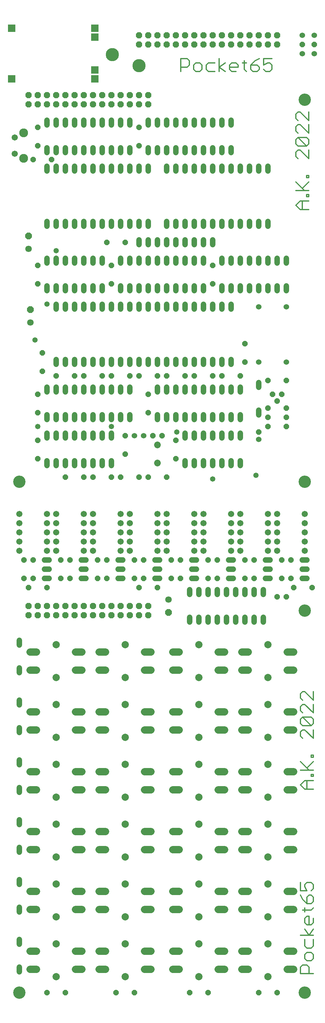
<source format=gts>
G75*
%MOIN*%
%OFA0B0*%
%FSLAX25Y25*%
%IPPOS*%
%LPD*%
%AMOC8*
5,1,8,0,0,1.08239X$1,22.5*
%
%ADD10C,0.13398*%
%ADD11C,0.01200*%
%ADD12OC8,0.06000*%
%ADD13C,0.07296*%
%ADD14C,0.06000*%
%ADD15C,0.06000*%
%ADD16OC8,0.06800*%
%ADD17C,0.09658*%
%ADD18C,0.06737*%
%ADD19C,0.05800*%
%ADD20C,0.07850*%
%ADD21C,0.07900*%
%ADD22C,0.06706*%
%ADD23R,0.08400X0.08400*%
%ADD24C,0.14300*%
%ADD25OC8,0.07100*%
%ADD26C,0.07100*%
D10*
X0026752Y0016500D03*
X0026752Y0571500D03*
X0336752Y0571500D03*
X0336752Y0431500D03*
X0336752Y0016500D03*
X0336752Y0986500D03*
D11*
X0341152Y0972990D02*
X0341152Y0963783D01*
X0331945Y0972990D01*
X0329643Y0972990D01*
X0327341Y0970688D01*
X0327341Y0966085D01*
X0329643Y0963783D01*
X0329643Y0959179D02*
X0327341Y0956877D01*
X0327341Y0952273D01*
X0329643Y0949971D01*
X0329643Y0945367D02*
X0327341Y0943065D01*
X0327341Y0938461D01*
X0329643Y0936159D01*
X0338850Y0936159D01*
X0329643Y0945367D01*
X0338850Y0945367D01*
X0341152Y0943065D01*
X0341152Y0938461D01*
X0338850Y0936159D01*
X0341152Y0931555D02*
X0341152Y0922347D01*
X0331945Y0931555D01*
X0329643Y0931555D01*
X0327341Y0929253D01*
X0327341Y0924649D01*
X0329643Y0922347D01*
X0338850Y0903931D02*
X0338850Y0901629D01*
X0341152Y0901629D01*
X0341152Y0903931D01*
X0338850Y0903931D01*
X0341152Y0897026D02*
X0334247Y0890120D01*
X0336549Y0887818D02*
X0327341Y0897026D01*
X0327341Y0887818D02*
X0341152Y0887818D01*
X0341152Y0883214D02*
X0341152Y0880912D01*
X0338850Y0880912D01*
X0338850Y0883214D01*
X0341152Y0883214D01*
X0341152Y0876308D02*
X0331945Y0876308D01*
X0327341Y0871704D01*
X0331945Y0867100D01*
X0341152Y0867100D01*
X0334247Y0867100D02*
X0334247Y0876308D01*
X0341152Y0949971D02*
X0331945Y0959179D01*
X0329643Y0959179D01*
X0341152Y0959179D02*
X0341152Y0949971D01*
X0299035Y1017100D02*
X0301337Y1019402D01*
X0301337Y1024006D01*
X0299035Y1026308D01*
X0296733Y1026308D01*
X0292129Y1024006D01*
X0292129Y1030912D01*
X0301337Y1030912D01*
X0299035Y1017100D02*
X0294431Y1017100D01*
X0292129Y1019402D01*
X0287525Y1019402D02*
X0287525Y1021704D01*
X0285223Y1024006D01*
X0278317Y1024006D01*
X0278317Y1019402D01*
X0280619Y1017100D01*
X0285223Y1017100D01*
X0287525Y1019402D01*
X0282921Y1028610D02*
X0278317Y1024006D01*
X0273713Y1026308D02*
X0269109Y1026308D01*
X0271411Y1028610D02*
X0271411Y1019402D01*
X0273713Y1017100D01*
X0264506Y1021704D02*
X0255298Y1021704D01*
X0255298Y1024006D02*
X0257600Y1026308D01*
X0262204Y1026308D01*
X0264506Y1024006D01*
X0264506Y1021704D01*
X0262204Y1017100D02*
X0257600Y1017100D01*
X0255298Y1019402D01*
X0255298Y1024006D01*
X0250694Y1026308D02*
X0243788Y1021704D01*
X0250694Y1017100D01*
X0243788Y1017100D02*
X0243788Y1030912D01*
X0239184Y1026308D02*
X0232278Y1026308D01*
X0229976Y1024006D01*
X0229976Y1019402D01*
X0232278Y1017100D01*
X0239184Y1017100D01*
X0225372Y1019402D02*
X0225372Y1024006D01*
X0223070Y1026308D01*
X0218466Y1026308D01*
X0216164Y1024006D01*
X0216164Y1019402D01*
X0218466Y1017100D01*
X0223070Y1017100D01*
X0225372Y1019402D01*
X0211560Y1024006D02*
X0209258Y1021704D01*
X0202352Y1021704D01*
X0202352Y1017100D02*
X0202352Y1030912D01*
X0209258Y1030912D01*
X0211560Y1028610D01*
X0211560Y1024006D01*
X0282921Y1028610D02*
X0287525Y1030912D01*
X0334643Y0343262D02*
X0332341Y0340960D01*
X0332341Y0336356D01*
X0334643Y0334054D01*
X0334643Y0329450D02*
X0332341Y0327148D01*
X0332341Y0322544D01*
X0334643Y0320242D01*
X0334643Y0315638D02*
X0332341Y0313336D01*
X0332341Y0308732D01*
X0334643Y0306430D01*
X0343850Y0306430D01*
X0334643Y0315638D01*
X0343850Y0315638D01*
X0346152Y0313336D01*
X0346152Y0308732D01*
X0343850Y0306430D01*
X0346152Y0301826D02*
X0346152Y0292618D01*
X0336945Y0301826D01*
X0334643Y0301826D01*
X0332341Y0299524D01*
X0332341Y0294920D01*
X0334643Y0292618D01*
X0332341Y0267297D02*
X0341549Y0258089D01*
X0339247Y0260391D02*
X0346152Y0267297D01*
X0346152Y0271901D02*
X0346152Y0274203D01*
X0343850Y0274203D01*
X0343850Y0271901D01*
X0346152Y0271901D01*
X0346152Y0258089D02*
X0332341Y0258089D01*
X0336945Y0246579D02*
X0332341Y0241975D01*
X0336945Y0237371D01*
X0346152Y0237371D01*
X0346152Y0246579D02*
X0336945Y0246579D01*
X0339247Y0246579D02*
X0339247Y0237371D01*
X0343850Y0251183D02*
X0343850Y0253485D01*
X0346152Y0253485D01*
X0346152Y0251183D01*
X0343850Y0251183D01*
X0346152Y0320242D02*
X0336945Y0329450D01*
X0334643Y0329450D01*
X0346152Y0334054D02*
X0336945Y0343262D01*
X0334643Y0343262D01*
X0346152Y0343262D02*
X0346152Y0334054D01*
X0346152Y0329450D02*
X0346152Y0320242D01*
X0343850Y0136085D02*
X0339247Y0136085D01*
X0336945Y0133783D01*
X0336945Y0131481D01*
X0339247Y0126877D01*
X0332341Y0126877D01*
X0332341Y0136085D01*
X0332341Y0122273D02*
X0334643Y0117669D01*
X0339247Y0113065D01*
X0339247Y0119971D01*
X0341549Y0122273D01*
X0343850Y0122273D01*
X0346152Y0119971D01*
X0346152Y0115367D01*
X0343850Y0113065D01*
X0339247Y0113065D01*
X0336945Y0108461D02*
X0336945Y0103857D01*
X0334643Y0106159D02*
X0343850Y0106159D01*
X0346152Y0108461D01*
X0341549Y0099253D02*
X0341549Y0090045D01*
X0343850Y0090045D02*
X0339247Y0090045D01*
X0336945Y0092347D01*
X0336945Y0096951D01*
X0339247Y0099253D01*
X0341549Y0099253D01*
X0346152Y0096951D02*
X0346152Y0092347D01*
X0343850Y0090045D01*
X0346152Y0085441D02*
X0341549Y0078535D01*
X0336945Y0085441D01*
X0336945Y0073931D02*
X0336945Y0067026D01*
X0339247Y0064724D01*
X0343850Y0064724D01*
X0346152Y0067026D01*
X0346152Y0073931D01*
X0346152Y0078535D02*
X0332341Y0078535D01*
X0339247Y0060120D02*
X0336945Y0057818D01*
X0336945Y0053214D01*
X0339247Y0050912D01*
X0343850Y0050912D01*
X0346152Y0053214D01*
X0346152Y0057818D01*
X0343850Y0060120D01*
X0339247Y0060120D01*
X0339247Y0046308D02*
X0334643Y0046308D01*
X0332341Y0044006D01*
X0332341Y0037100D01*
X0346152Y0037100D01*
X0341549Y0037100D02*
X0341549Y0044006D01*
X0339247Y0046308D01*
X0343850Y0126877D02*
X0346152Y0129179D01*
X0346152Y0133783D01*
X0343850Y0136085D01*
D12*
X0306752Y0016500D03*
X0286752Y0016500D03*
X0231752Y0016500D03*
X0211752Y0016500D03*
X0151752Y0016500D03*
X0131752Y0016500D03*
X0076752Y0016500D03*
X0056752Y0016500D03*
X0056752Y0456500D03*
X0041752Y0466500D03*
X0036752Y0456500D03*
X0031752Y0466500D03*
X0031752Y0486500D03*
X0041752Y0486500D03*
X0071752Y0486500D03*
X0071752Y0466500D03*
X0081752Y0466500D03*
X0081752Y0486500D03*
X0111752Y0486500D03*
X0111752Y0466500D03*
X0121752Y0466500D03*
X0121752Y0486500D03*
X0151752Y0486500D03*
X0151752Y0466500D03*
X0156752Y0456500D03*
X0161752Y0466500D03*
X0161752Y0486500D03*
X0176752Y0456500D03*
X0191752Y0466500D03*
X0201752Y0466500D03*
X0201752Y0486500D03*
X0191752Y0486500D03*
X0186752Y0576500D03*
X0196752Y0596500D03*
X0196752Y0616500D03*
X0181752Y0621500D03*
X0171752Y0621500D03*
X0166752Y0646500D03*
X0166752Y0666500D03*
X0176752Y0686500D03*
X0186752Y0686500D03*
X0206752Y0686500D03*
X0216752Y0686500D03*
X0236752Y0686500D03*
X0246752Y0686500D03*
X0266752Y0686500D03*
X0271752Y0701500D03*
X0271752Y0721500D03*
X0296752Y0681500D03*
X0301752Y0666500D03*
X0306752Y0659000D03*
X0311752Y0666500D03*
X0316752Y0651500D03*
X0316752Y0641500D03*
X0316752Y0631500D03*
X0316752Y0681500D03*
X0296752Y0651500D03*
X0296752Y0641500D03*
X0296752Y0631500D03*
X0286752Y0625500D03*
X0281752Y0486500D03*
X0271752Y0486500D03*
X0271752Y0466500D03*
X0281752Y0466500D03*
X0306752Y0446500D03*
X0311752Y0466500D03*
X0311752Y0486500D03*
X0321752Y0486500D03*
X0321752Y0466500D03*
X0324752Y0456500D03*
X0316752Y0446500D03*
X0344752Y0456500D03*
X0241752Y0466500D03*
X0231752Y0466500D03*
X0231752Y0486500D03*
X0241752Y0486500D03*
X0166752Y0576500D03*
X0156752Y0576500D03*
X0141752Y0601500D03*
X0141752Y0621500D03*
X0136752Y0576500D03*
X0126752Y0576500D03*
X0106752Y0576500D03*
X0096752Y0576500D03*
X0076752Y0576500D03*
X0046752Y0596500D03*
X0046752Y0616500D03*
X0046752Y0646500D03*
X0046752Y0666500D03*
X0051752Y0691500D03*
X0051752Y0711500D03*
X0066752Y0686500D03*
X0086752Y0686500D03*
X0096752Y0686500D03*
X0116752Y0686500D03*
X0126752Y0686500D03*
X0146752Y0686500D03*
X0156752Y0686500D03*
X0126752Y0786500D03*
X0126752Y0806500D03*
X0121752Y0831500D03*
X0141752Y0831500D03*
X0156752Y0936500D03*
X0156752Y0956500D03*
X0236752Y0806500D03*
X0236752Y0786500D03*
X0334256Y1046500D03*
X0347248Y1046500D03*
X0061752Y0921500D03*
X0046752Y0936500D03*
X0046752Y0956500D03*
X0041752Y0921500D03*
X0046752Y0806500D03*
X0046752Y0786500D03*
D13*
X0176752Y0611343D03*
X0176752Y0591657D03*
D14*
X0161752Y0621500D03*
X0151752Y0621500D03*
X0286752Y0617500D03*
X0286752Y0701500D03*
X0286752Y0761500D03*
X0316752Y0761500D03*
X0316752Y0701500D03*
X0334256Y1036500D03*
X0334256Y1056500D03*
X0347248Y1056500D03*
X0347248Y1036500D03*
D15*
X0296752Y0914100D02*
X0296752Y0908900D01*
X0286752Y0908900D02*
X0286752Y0914100D01*
X0276752Y0914100D02*
X0276752Y0908900D01*
X0266752Y0908900D02*
X0266752Y0914100D01*
X0256752Y0914100D02*
X0256752Y0908900D01*
X0256752Y0928900D02*
X0256752Y0934100D01*
X0246752Y0934100D02*
X0246752Y0928900D01*
X0246752Y0914100D02*
X0246752Y0908900D01*
X0236752Y0908900D02*
X0236752Y0914100D01*
X0236752Y0928900D02*
X0236752Y0934100D01*
X0226752Y0934100D02*
X0226752Y0928900D01*
X0226752Y0914100D02*
X0226752Y0908900D01*
X0216752Y0908900D02*
X0216752Y0914100D01*
X0206752Y0914100D02*
X0206752Y0908900D01*
X0206752Y0928900D02*
X0206752Y0934100D01*
X0216752Y0934100D02*
X0216752Y0928900D01*
X0216752Y0958900D02*
X0216752Y0964100D01*
X0206752Y0964100D02*
X0206752Y0958900D01*
X0196752Y0958900D02*
X0196752Y0964100D01*
X0186752Y0964100D02*
X0186752Y0958900D01*
X0176752Y0958900D02*
X0176752Y0964100D01*
X0166752Y0964100D02*
X0166752Y0958900D01*
X0166752Y0934100D02*
X0166752Y0928900D01*
X0176752Y0928900D02*
X0176752Y0934100D01*
X0166752Y0914100D02*
X0166752Y0908900D01*
X0156752Y0908900D02*
X0156752Y0914100D01*
X0146752Y0914100D02*
X0146752Y0908900D01*
X0146752Y0928900D02*
X0146752Y0934100D01*
X0136752Y0934100D02*
X0136752Y0928900D01*
X0126752Y0928900D02*
X0126752Y0934100D01*
X0126752Y0914100D02*
X0126752Y0908900D01*
X0136752Y0908900D02*
X0136752Y0914100D01*
X0116752Y0914100D02*
X0116752Y0908900D01*
X0116752Y0928900D02*
X0116752Y0934100D01*
X0106752Y0934100D02*
X0106752Y0928900D01*
X0106752Y0914100D02*
X0106752Y0908900D01*
X0096752Y0908900D02*
X0096752Y0914100D01*
X0096752Y0928900D02*
X0096752Y0934100D01*
X0086752Y0934100D02*
X0086752Y0928900D01*
X0076752Y0928900D02*
X0076752Y0934100D01*
X0076752Y0914100D02*
X0076752Y0908900D01*
X0086752Y0908900D02*
X0086752Y0914100D01*
X0066752Y0914100D02*
X0066752Y0908900D01*
X0066752Y0928900D02*
X0066752Y0934100D01*
X0056752Y0934100D02*
X0056752Y0928900D01*
X0056752Y0914100D02*
X0056752Y0908900D01*
X0056752Y0958900D02*
X0056752Y0964100D01*
X0066752Y0964100D02*
X0066752Y0958900D01*
X0076752Y0958900D02*
X0076752Y0964100D01*
X0086752Y0964100D02*
X0086752Y0958900D01*
X0096752Y0958900D02*
X0096752Y0964100D01*
X0106752Y0964100D02*
X0106752Y0958900D01*
X0116752Y0958900D02*
X0116752Y0964100D01*
X0126752Y0964100D02*
X0126752Y0958900D01*
X0136752Y0958900D02*
X0136752Y0964100D01*
X0146752Y0964100D02*
X0146752Y0958900D01*
X0146752Y0854100D02*
X0146752Y0848900D01*
X0136752Y0848900D02*
X0136752Y0854100D01*
X0126752Y0854100D02*
X0126752Y0848900D01*
X0116752Y0848900D02*
X0116752Y0854100D01*
X0106752Y0854100D02*
X0106752Y0848900D01*
X0096752Y0848900D02*
X0096752Y0854100D01*
X0086752Y0854100D02*
X0086752Y0848900D01*
X0076752Y0848900D02*
X0076752Y0854100D01*
X0066752Y0854100D02*
X0066752Y0848900D01*
X0056752Y0848900D02*
X0056752Y0854100D01*
X0056752Y0814100D02*
X0056752Y0808900D01*
X0056752Y0784100D02*
X0056752Y0778900D01*
X0066752Y0778900D02*
X0066752Y0784100D01*
X0066752Y0764100D02*
X0066752Y0758900D01*
X0076752Y0758900D02*
X0076752Y0764100D01*
X0076752Y0778900D02*
X0076752Y0784100D01*
X0086752Y0784100D02*
X0086752Y0778900D01*
X0086752Y0764100D02*
X0086752Y0758900D01*
X0096752Y0758900D02*
X0096752Y0764100D01*
X0096752Y0778900D02*
X0096752Y0784100D01*
X0096752Y0808900D02*
X0096752Y0814100D01*
X0086752Y0814100D02*
X0086752Y0808900D01*
X0076752Y0808900D02*
X0076752Y0814100D01*
X0066752Y0814100D02*
X0066752Y0808900D01*
X0066752Y0704100D02*
X0066752Y0698900D01*
X0066752Y0674100D02*
X0066752Y0668900D01*
X0066752Y0644100D02*
X0066752Y0638900D01*
X0066752Y0624100D02*
X0066752Y0618900D01*
X0056752Y0618900D02*
X0056752Y0624100D01*
X0056752Y0638900D02*
X0056752Y0644100D01*
X0056752Y0668900D02*
X0056752Y0674100D01*
X0076752Y0674100D02*
X0076752Y0668900D01*
X0086752Y0668900D02*
X0086752Y0674100D01*
X0086752Y0698900D02*
X0086752Y0704100D01*
X0076752Y0704100D02*
X0076752Y0698900D01*
X0096752Y0698900D02*
X0096752Y0704100D01*
X0096752Y0674100D02*
X0096752Y0668900D01*
X0096752Y0644100D02*
X0096752Y0638900D01*
X0096752Y0624100D02*
X0096752Y0618900D01*
X0086752Y0618900D02*
X0086752Y0624100D01*
X0076752Y0624100D02*
X0076752Y0618900D01*
X0076752Y0638900D02*
X0076752Y0644100D01*
X0086752Y0644100D02*
X0086752Y0638900D01*
X0086752Y0594100D02*
X0086752Y0588900D01*
X0076752Y0588900D02*
X0076752Y0594100D01*
X0066752Y0594100D02*
X0066752Y0588900D01*
X0056752Y0588900D02*
X0056752Y0594100D01*
X0059352Y0486500D02*
X0054152Y0486500D01*
X0054152Y0476500D02*
X0059352Y0476500D01*
X0059352Y0466500D02*
X0054152Y0466500D01*
X0026752Y0399100D02*
X0026752Y0393900D01*
X0026752Y0369100D02*
X0026752Y0363900D01*
X0026752Y0334100D02*
X0026752Y0328900D01*
X0026752Y0304100D02*
X0026752Y0298900D01*
X0026752Y0269100D02*
X0026752Y0263900D01*
X0026752Y0239100D02*
X0026752Y0233900D01*
X0026752Y0204100D02*
X0026752Y0198900D01*
X0026752Y0174100D02*
X0026752Y0168900D01*
X0026752Y0139100D02*
X0026752Y0133900D01*
X0026752Y0109100D02*
X0026752Y0103900D01*
X0026752Y0074100D02*
X0026752Y0068900D01*
X0026752Y0044100D02*
X0026752Y0038900D01*
X0094152Y0466500D02*
X0099352Y0466500D01*
X0099352Y0476500D02*
X0094152Y0476500D01*
X0094152Y0486500D02*
X0099352Y0486500D01*
X0096752Y0588900D02*
X0096752Y0594100D01*
X0106752Y0594100D02*
X0106752Y0588900D01*
X0116752Y0588900D02*
X0116752Y0594100D01*
X0126752Y0594100D02*
X0126752Y0588900D01*
X0126752Y0618900D02*
X0126752Y0624100D01*
X0126752Y0638900D02*
X0126752Y0644100D01*
X0136752Y0644100D02*
X0136752Y0638900D01*
X0136752Y0668900D02*
X0136752Y0674100D01*
X0126752Y0674100D02*
X0126752Y0668900D01*
X0116752Y0668900D02*
X0116752Y0674100D01*
X0116752Y0698900D02*
X0116752Y0704100D01*
X0106752Y0704100D02*
X0106752Y0698900D01*
X0106752Y0674100D02*
X0106752Y0668900D01*
X0106752Y0644100D02*
X0106752Y0638900D01*
X0106752Y0624100D02*
X0106752Y0618900D01*
X0116752Y0618900D02*
X0116752Y0624100D01*
X0116752Y0638900D02*
X0116752Y0644100D01*
X0126752Y0698900D02*
X0126752Y0704100D01*
X0136752Y0704100D02*
X0136752Y0698900D01*
X0146752Y0698900D02*
X0146752Y0704100D01*
X0146752Y0674100D02*
X0146752Y0668900D01*
X0146752Y0644100D02*
X0146752Y0638900D01*
X0156752Y0698900D02*
X0156752Y0704100D01*
X0166752Y0704100D02*
X0166752Y0698900D01*
X0176752Y0698900D02*
X0176752Y0704100D01*
X0176752Y0674100D02*
X0176752Y0668900D01*
X0176752Y0644100D02*
X0176752Y0638900D01*
X0186752Y0638900D02*
X0186752Y0644100D01*
X0186752Y0668900D02*
X0186752Y0674100D01*
X0186752Y0698900D02*
X0186752Y0704100D01*
X0196752Y0704100D02*
X0196752Y0698900D01*
X0196752Y0674100D02*
X0196752Y0668900D01*
X0196752Y0644100D02*
X0196752Y0638900D01*
X0206752Y0638900D02*
X0206752Y0644100D01*
X0216752Y0644100D02*
X0216752Y0638900D01*
X0216752Y0624100D02*
X0216752Y0618900D01*
X0206752Y0618900D02*
X0206752Y0624100D01*
X0206752Y0594100D02*
X0206752Y0588900D01*
X0216752Y0588900D02*
X0216752Y0594100D01*
X0226752Y0594100D02*
X0226752Y0588900D01*
X0236752Y0588900D02*
X0236752Y0594100D01*
X0246752Y0594100D02*
X0246752Y0588900D01*
X0256752Y0588900D02*
X0256752Y0594100D01*
X0266752Y0594100D02*
X0266752Y0588900D01*
X0266752Y0618900D02*
X0266752Y0624100D01*
X0256752Y0624100D02*
X0256752Y0618900D01*
X0256752Y0638900D02*
X0256752Y0644100D01*
X0266752Y0644100D02*
X0266752Y0638900D01*
X0266752Y0668900D02*
X0266752Y0674100D01*
X0256752Y0674100D02*
X0256752Y0668900D01*
X0246752Y0668900D02*
X0246752Y0674100D01*
X0246752Y0698900D02*
X0246752Y0704100D01*
X0236752Y0704100D02*
X0236752Y0698900D01*
X0236752Y0674100D02*
X0236752Y0668900D01*
X0236752Y0644100D02*
X0236752Y0638900D01*
X0236752Y0624100D02*
X0236752Y0618900D01*
X0226752Y0618900D02*
X0226752Y0624100D01*
X0226752Y0638900D02*
X0226752Y0644100D01*
X0226752Y0668900D02*
X0226752Y0674100D01*
X0226752Y0698900D02*
X0226752Y0704100D01*
X0216752Y0704100D02*
X0216752Y0698900D01*
X0206752Y0698900D02*
X0206752Y0704100D01*
X0206752Y0674100D02*
X0206752Y0668900D01*
X0216752Y0668900D02*
X0216752Y0674100D01*
X0216752Y0758900D02*
X0216752Y0764100D01*
X0216752Y0778900D02*
X0216752Y0784100D01*
X0206752Y0784100D02*
X0206752Y0778900D01*
X0206752Y0764100D02*
X0206752Y0758900D01*
X0196752Y0758900D02*
X0196752Y0764100D01*
X0196752Y0778900D02*
X0196752Y0784100D01*
X0196752Y0808900D02*
X0196752Y0814100D01*
X0196752Y0828900D02*
X0196752Y0834100D01*
X0196752Y0848900D02*
X0196752Y0854100D01*
X0186752Y0854100D02*
X0186752Y0848900D01*
X0186752Y0834100D02*
X0186752Y0828900D01*
X0186752Y0814100D02*
X0186752Y0808900D01*
X0186752Y0784100D02*
X0186752Y0778900D01*
X0186752Y0764100D02*
X0186752Y0758900D01*
X0176752Y0758900D02*
X0176752Y0764100D01*
X0176752Y0778900D02*
X0176752Y0784100D01*
X0166752Y0784100D02*
X0166752Y0778900D01*
X0166752Y0764100D02*
X0166752Y0758900D01*
X0156752Y0758900D02*
X0156752Y0764100D01*
X0156752Y0778900D02*
X0156752Y0784100D01*
X0156752Y0808900D02*
X0156752Y0814100D01*
X0156752Y0828900D02*
X0156752Y0834100D01*
X0156752Y0848900D02*
X0156752Y0854100D01*
X0166752Y0854100D02*
X0166752Y0848900D01*
X0166752Y0834100D02*
X0166752Y0828900D01*
X0176752Y0828900D02*
X0176752Y0834100D01*
X0176752Y0814100D02*
X0176752Y0808900D01*
X0166752Y0808900D02*
X0166752Y0814100D01*
X0146752Y0814100D02*
X0146752Y0808900D01*
X0146752Y0784100D02*
X0146752Y0778900D01*
X0146752Y0764100D02*
X0146752Y0758900D01*
X0136752Y0758900D02*
X0136752Y0764100D01*
X0136752Y0778900D02*
X0136752Y0784100D01*
X0126752Y0764100D02*
X0126752Y0758900D01*
X0116752Y0758900D02*
X0116752Y0764100D01*
X0116752Y0778900D02*
X0116752Y0784100D01*
X0116752Y0808900D02*
X0116752Y0814100D01*
X0106752Y0814100D02*
X0106752Y0808900D01*
X0106752Y0784100D02*
X0106752Y0778900D01*
X0106752Y0764100D02*
X0106752Y0758900D01*
X0136752Y0808900D02*
X0136752Y0814100D01*
X0186752Y0908900D02*
X0186752Y0914100D01*
X0186752Y0928900D02*
X0186752Y0934100D01*
X0196752Y0934100D02*
X0196752Y0928900D01*
X0196752Y0914100D02*
X0196752Y0908900D01*
X0206752Y0854100D02*
X0206752Y0848900D01*
X0216752Y0848900D02*
X0216752Y0854100D01*
X0216752Y0834100D02*
X0216752Y0828900D01*
X0206752Y0828900D02*
X0206752Y0834100D01*
X0206752Y0814100D02*
X0206752Y0808900D01*
X0216752Y0808900D02*
X0216752Y0814100D01*
X0226752Y0814100D02*
X0226752Y0808900D01*
X0226752Y0828900D02*
X0226752Y0834100D01*
X0226752Y0848900D02*
X0226752Y0854100D01*
X0236752Y0854100D02*
X0236752Y0848900D01*
X0236752Y0834100D02*
X0236752Y0828900D01*
X0246752Y0814100D02*
X0246752Y0808900D01*
X0246752Y0784100D02*
X0246752Y0778900D01*
X0246752Y0764100D02*
X0246752Y0758900D01*
X0236752Y0758900D02*
X0236752Y0764100D01*
X0226752Y0764100D02*
X0226752Y0758900D01*
X0226752Y0778900D02*
X0226752Y0784100D01*
X0246752Y0848900D02*
X0246752Y0854100D01*
X0256752Y0854100D02*
X0256752Y0848900D01*
X0266752Y0848900D02*
X0266752Y0854100D01*
X0276752Y0854100D02*
X0276752Y0848900D01*
X0286752Y0848900D02*
X0286752Y0854100D01*
X0296752Y0854100D02*
X0296752Y0848900D01*
X0296752Y0814100D02*
X0296752Y0808900D01*
X0306752Y0808900D02*
X0306752Y0814100D01*
X0306752Y0784100D02*
X0306752Y0778900D01*
X0296752Y0778900D02*
X0296752Y0784100D01*
X0286752Y0784100D02*
X0286752Y0778900D01*
X0276752Y0778900D02*
X0276752Y0784100D01*
X0276752Y0808900D02*
X0276752Y0814100D01*
X0266752Y0814100D02*
X0266752Y0808900D01*
X0256752Y0808900D02*
X0256752Y0814100D01*
X0256752Y0784100D02*
X0256752Y0778900D01*
X0256752Y0764100D02*
X0256752Y0758900D01*
X0266752Y0778900D02*
X0266752Y0784100D01*
X0286752Y0808900D02*
X0286752Y0814100D01*
X0316752Y0814100D02*
X0316752Y0808900D01*
X0316752Y0784100D02*
X0316752Y0778900D01*
X0286752Y0679100D02*
X0286752Y0673900D01*
X0286752Y0649100D02*
X0286752Y0643900D01*
X0256752Y0698900D02*
X0256752Y0704100D01*
X0246752Y0644100D02*
X0246752Y0638900D01*
X0246752Y0624100D02*
X0246752Y0618900D01*
X0254152Y0486500D02*
X0259352Y0486500D01*
X0259352Y0476500D02*
X0254152Y0476500D01*
X0254152Y0466500D02*
X0259352Y0466500D01*
X0261752Y0454100D02*
X0261752Y0448900D01*
X0261752Y0424100D02*
X0261752Y0418900D01*
X0251752Y0418900D02*
X0251752Y0424100D01*
X0251752Y0448900D02*
X0251752Y0454100D01*
X0241752Y0454100D02*
X0241752Y0448900D01*
X0231752Y0448900D02*
X0231752Y0454100D01*
X0221752Y0454100D02*
X0221752Y0448900D01*
X0219352Y0466500D02*
X0214152Y0466500D01*
X0214152Y0476500D02*
X0219352Y0476500D01*
X0219352Y0486500D02*
X0214152Y0486500D01*
X0211752Y0454100D02*
X0211752Y0448900D01*
X0211752Y0424100D02*
X0211752Y0418900D01*
X0221752Y0418900D02*
X0221752Y0424100D01*
X0231752Y0424100D02*
X0231752Y0418900D01*
X0241752Y0418900D02*
X0241752Y0424100D01*
X0271752Y0424100D02*
X0271752Y0418900D01*
X0281752Y0418900D02*
X0281752Y0424100D01*
X0281752Y0448900D02*
X0281752Y0454100D01*
X0271752Y0454100D02*
X0271752Y0448900D01*
X0291752Y0448900D02*
X0291752Y0454100D01*
X0294152Y0466500D02*
X0299352Y0466500D01*
X0299352Y0476500D02*
X0294152Y0476500D01*
X0294152Y0486500D02*
X0299352Y0486500D01*
X0291752Y0424100D02*
X0291752Y0418900D01*
X0334152Y0466500D02*
X0339352Y0466500D01*
X0339352Y0476500D02*
X0334152Y0476500D01*
X0334152Y0486500D02*
X0339352Y0486500D01*
X0256752Y0958900D02*
X0256752Y0964100D01*
X0246752Y0964100D02*
X0246752Y0958900D01*
X0236752Y0958900D02*
X0236752Y0964100D01*
X0226752Y0964100D02*
X0226752Y0958900D01*
X0179352Y0486500D02*
X0174152Y0486500D01*
X0174152Y0476500D02*
X0179352Y0476500D01*
X0179352Y0466500D02*
X0174152Y0466500D01*
X0139352Y0466500D02*
X0134152Y0466500D01*
X0134152Y0476500D02*
X0139352Y0476500D01*
X0139352Y0486500D02*
X0134152Y0486500D01*
D16*
X0136752Y0436500D03*
X0136752Y0426500D03*
X0126752Y0426500D03*
X0126752Y0436500D03*
X0116752Y0436500D03*
X0116752Y0426500D03*
X0106752Y0426500D03*
X0106752Y0436500D03*
X0096752Y0436500D03*
X0096752Y0426500D03*
X0086752Y0426500D03*
X0086752Y0436500D03*
X0076752Y0436500D03*
X0076752Y0426500D03*
X0066752Y0426500D03*
X0066752Y0436500D03*
X0056752Y0436500D03*
X0056752Y0426500D03*
X0046752Y0426500D03*
X0046752Y0436500D03*
X0036752Y0436500D03*
X0036752Y0426500D03*
X0146752Y0426500D03*
X0146752Y0436500D03*
X0156752Y0436500D03*
X0156752Y0426500D03*
X0166752Y0426500D03*
X0166752Y0436500D03*
X0166752Y0981500D03*
X0166752Y0991500D03*
X0156752Y0991500D03*
X0156752Y0981500D03*
X0146752Y0981500D03*
X0146752Y0991500D03*
X0136752Y0991500D03*
X0136752Y0981500D03*
X0126752Y0981500D03*
X0126752Y0991500D03*
X0116752Y0991500D03*
X0116752Y0981500D03*
X0106752Y0981500D03*
X0106752Y0991500D03*
X0096752Y0991500D03*
X0096752Y0981500D03*
X0086752Y0981500D03*
X0086752Y0991500D03*
X0076752Y0991500D03*
X0076752Y0981500D03*
X0066752Y0981500D03*
X0066752Y0991500D03*
X0056752Y0991500D03*
X0056752Y0981500D03*
X0046752Y0981500D03*
X0046752Y0991500D03*
X0036752Y0991500D03*
X0036752Y0981500D03*
X0156752Y1046500D03*
X0156752Y1056500D03*
X0166752Y1056500D03*
X0166752Y1046500D03*
X0176752Y1046500D03*
X0176752Y1056500D03*
X0186752Y1056500D03*
X0186752Y1046500D03*
X0196752Y1046500D03*
X0196752Y1056500D03*
X0206752Y1056500D03*
X0206752Y1046500D03*
X0216752Y1046500D03*
X0216752Y1056500D03*
X0226752Y1056500D03*
X0226752Y1046500D03*
X0236752Y1046500D03*
X0236752Y1056500D03*
X0246752Y1056500D03*
X0246752Y1046500D03*
X0256752Y1046500D03*
X0256752Y1056500D03*
X0266752Y1056500D03*
X0266752Y1046500D03*
X0276752Y1046500D03*
X0276752Y1056500D03*
X0286752Y1056500D03*
X0286752Y1046500D03*
X0296752Y1046500D03*
X0296752Y1056500D03*
X0306752Y1056500D03*
X0306752Y1046500D03*
D17*
X0031595Y0950280D03*
X0031595Y0922720D03*
D18*
X0021752Y0927642D03*
X0021752Y0945358D03*
D19*
X0066752Y0822500D03*
X0056752Y0764500D03*
X0043752Y0725500D03*
X0046752Y0631500D03*
X0126752Y0631500D03*
X0197752Y0625500D03*
X0236752Y0574500D03*
X0283752Y0578500D03*
D20*
X0275677Y0386300D02*
X0268627Y0386300D01*
X0268627Y0366700D02*
X0275677Y0366700D01*
X0275677Y0321300D02*
X0268627Y0321300D01*
X0268627Y0301700D02*
X0275677Y0301700D01*
X0275677Y0256300D02*
X0268627Y0256300D01*
X0268627Y0236700D02*
X0275677Y0236700D01*
X0275677Y0191300D02*
X0268627Y0191300D01*
X0268627Y0171700D02*
X0275677Y0171700D01*
X0275677Y0126300D02*
X0268627Y0126300D01*
X0268627Y0106700D02*
X0275677Y0106700D01*
X0275677Y0061300D02*
X0268627Y0061300D01*
X0268627Y0041700D02*
X0275677Y0041700D01*
X0249877Y0041700D02*
X0242827Y0041700D01*
X0242827Y0061300D02*
X0249877Y0061300D01*
X0249877Y0106700D02*
X0242827Y0106700D01*
X0242827Y0126300D02*
X0249877Y0126300D01*
X0249877Y0171700D02*
X0242827Y0171700D01*
X0242827Y0191300D02*
X0249877Y0191300D01*
X0249877Y0236700D02*
X0242827Y0236700D01*
X0242827Y0256300D02*
X0249877Y0256300D01*
X0249877Y0301700D02*
X0242827Y0301700D01*
X0242827Y0321300D02*
X0249877Y0321300D01*
X0249877Y0366700D02*
X0242827Y0366700D01*
X0242827Y0386300D02*
X0249877Y0386300D01*
X0200677Y0386300D02*
X0193627Y0386300D01*
X0193627Y0366700D02*
X0200677Y0366700D01*
X0200677Y0321300D02*
X0193627Y0321300D01*
X0193627Y0301700D02*
X0200677Y0301700D01*
X0200677Y0256300D02*
X0193627Y0256300D01*
X0193627Y0236700D02*
X0200677Y0236700D01*
X0200677Y0191300D02*
X0193627Y0191300D01*
X0193627Y0171700D02*
X0200677Y0171700D01*
X0200677Y0126300D02*
X0193627Y0126300D01*
X0193627Y0106700D02*
X0200677Y0106700D01*
X0200677Y0061300D02*
X0193627Y0061300D01*
X0193627Y0041700D02*
X0200677Y0041700D01*
X0169877Y0041700D02*
X0162827Y0041700D01*
X0162827Y0061300D02*
X0169877Y0061300D01*
X0169877Y0106700D02*
X0162827Y0106700D01*
X0162827Y0126300D02*
X0169877Y0126300D01*
X0169877Y0171700D02*
X0162827Y0171700D01*
X0162827Y0191300D02*
X0169877Y0191300D01*
X0169877Y0236700D02*
X0162827Y0236700D01*
X0162827Y0256300D02*
X0169877Y0256300D01*
X0169877Y0301700D02*
X0162827Y0301700D01*
X0162827Y0321300D02*
X0169877Y0321300D01*
X0169877Y0366700D02*
X0162827Y0366700D01*
X0162827Y0386300D02*
X0169877Y0386300D01*
X0120677Y0386300D02*
X0113627Y0386300D01*
X0113627Y0366700D02*
X0120677Y0366700D01*
X0120677Y0321300D02*
X0113627Y0321300D01*
X0113627Y0301700D02*
X0120677Y0301700D01*
X0120677Y0256300D02*
X0113627Y0256300D01*
X0113627Y0236700D02*
X0120677Y0236700D01*
X0120677Y0191300D02*
X0113627Y0191300D01*
X0113627Y0171700D02*
X0120677Y0171700D01*
X0120677Y0126300D02*
X0113627Y0126300D01*
X0113627Y0106700D02*
X0120677Y0106700D01*
X0120677Y0061300D02*
X0113627Y0061300D01*
X0113627Y0041700D02*
X0120677Y0041700D01*
X0094877Y0041700D02*
X0087827Y0041700D01*
X0087827Y0061300D02*
X0094877Y0061300D01*
X0094877Y0106700D02*
X0087827Y0106700D01*
X0087827Y0126300D02*
X0094877Y0126300D01*
X0094877Y0171700D02*
X0087827Y0171700D01*
X0087827Y0191300D02*
X0094877Y0191300D01*
X0094877Y0236700D02*
X0087827Y0236700D01*
X0087827Y0256300D02*
X0094877Y0256300D01*
X0094877Y0301700D02*
X0087827Y0301700D01*
X0087827Y0321300D02*
X0094877Y0321300D01*
X0094877Y0366700D02*
X0087827Y0366700D01*
X0087827Y0386300D02*
X0094877Y0386300D01*
X0045677Y0386300D02*
X0038627Y0386300D01*
X0038627Y0366700D02*
X0045677Y0366700D01*
X0045677Y0321300D02*
X0038627Y0321300D01*
X0038627Y0301700D02*
X0045677Y0301700D01*
X0045677Y0256300D02*
X0038627Y0256300D01*
X0038627Y0236700D02*
X0045677Y0236700D01*
X0045677Y0191300D02*
X0038627Y0191300D01*
X0038627Y0171700D02*
X0045677Y0171700D01*
X0045677Y0126300D02*
X0038627Y0126300D01*
X0038627Y0106700D02*
X0045677Y0106700D01*
X0045677Y0061300D02*
X0038627Y0061300D01*
X0038627Y0041700D02*
X0045677Y0041700D01*
X0317827Y0041700D02*
X0324877Y0041700D01*
X0324877Y0061300D02*
X0317827Y0061300D01*
X0317827Y0106700D02*
X0324877Y0106700D01*
X0324877Y0126300D02*
X0317827Y0126300D01*
X0317827Y0171700D02*
X0324877Y0171700D01*
X0324877Y0191300D02*
X0317827Y0191300D01*
X0317827Y0236700D02*
X0324877Y0236700D01*
X0324877Y0256300D02*
X0317827Y0256300D01*
X0317827Y0301700D02*
X0324877Y0301700D01*
X0324877Y0321300D02*
X0317827Y0321300D01*
X0317827Y0366700D02*
X0324877Y0366700D01*
X0324877Y0386300D02*
X0317827Y0386300D01*
D21*
X0296752Y0394200D03*
X0296752Y0358800D03*
X0296752Y0329200D03*
X0296752Y0293800D03*
X0296752Y0264200D03*
X0296752Y0228800D03*
X0296752Y0199200D03*
X0296752Y0163800D03*
X0296752Y0134200D03*
X0296752Y0098800D03*
X0296752Y0069200D03*
X0296752Y0033800D03*
X0221752Y0033800D03*
X0221752Y0069200D03*
X0221752Y0098800D03*
X0221752Y0134200D03*
X0221752Y0163800D03*
X0221752Y0199200D03*
X0221752Y0228800D03*
X0221752Y0264200D03*
X0221752Y0293800D03*
X0221752Y0329200D03*
X0221752Y0358800D03*
X0221752Y0394200D03*
X0141752Y0394200D03*
X0141752Y0358800D03*
X0141752Y0329200D03*
X0141752Y0293800D03*
X0141752Y0264200D03*
X0141752Y0228800D03*
X0141752Y0199200D03*
X0141752Y0163800D03*
X0141752Y0134200D03*
X0141752Y0098800D03*
X0141752Y0069200D03*
X0141752Y0033800D03*
X0066752Y0033800D03*
X0066752Y0069200D03*
X0066752Y0098800D03*
X0066752Y0134200D03*
X0066752Y0163800D03*
X0066752Y0199200D03*
X0066752Y0228800D03*
X0066752Y0264200D03*
X0066752Y0293800D03*
X0066752Y0329200D03*
X0066752Y0358800D03*
X0066752Y0394200D03*
D22*
X0066752Y0496500D03*
X0066752Y0506500D03*
X0066752Y0516500D03*
X0066752Y0526500D03*
X0066752Y0536500D03*
X0056752Y0536500D03*
X0056752Y0526500D03*
X0056752Y0516500D03*
X0056752Y0506500D03*
X0056752Y0496500D03*
X0026752Y0496500D03*
X0026752Y0506500D03*
X0026752Y0516500D03*
X0026752Y0526500D03*
X0026752Y0536500D03*
X0096752Y0536500D03*
X0096752Y0526500D03*
X0096752Y0516500D03*
X0096752Y0506500D03*
X0096752Y0496500D03*
X0106752Y0496500D03*
X0106752Y0506500D03*
X0106752Y0516500D03*
X0106752Y0526500D03*
X0106752Y0536500D03*
X0136752Y0536500D03*
X0136752Y0526500D03*
X0136752Y0516500D03*
X0136752Y0506500D03*
X0136752Y0496500D03*
X0146752Y0496500D03*
X0146752Y0506500D03*
X0146752Y0516500D03*
X0146752Y0526500D03*
X0146752Y0536500D03*
X0176752Y0536500D03*
X0176752Y0526500D03*
X0176752Y0516500D03*
X0176752Y0506500D03*
X0176752Y0496500D03*
X0186752Y0496500D03*
X0186752Y0506500D03*
X0186752Y0516500D03*
X0186752Y0526500D03*
X0186752Y0536500D03*
X0216752Y0536500D03*
X0216752Y0526500D03*
X0216752Y0516500D03*
X0216752Y0506500D03*
X0216752Y0496500D03*
X0226752Y0496500D03*
X0226752Y0506500D03*
X0226752Y0516500D03*
X0226752Y0526500D03*
X0226752Y0536500D03*
X0256752Y0536500D03*
X0256752Y0526500D03*
X0256752Y0516500D03*
X0256752Y0506500D03*
X0256752Y0496500D03*
X0266752Y0496500D03*
X0266752Y0506500D03*
X0266752Y0516500D03*
X0266752Y0526500D03*
X0266752Y0536500D03*
X0296752Y0536500D03*
X0296752Y0526500D03*
X0296752Y0516500D03*
X0296752Y0506500D03*
X0296752Y0496500D03*
X0306752Y0496500D03*
X0306752Y0506500D03*
X0306752Y0516500D03*
X0306752Y0526500D03*
X0306752Y0536500D03*
X0336752Y0536500D03*
X0336752Y0526500D03*
X0336752Y0516500D03*
X0336752Y0506500D03*
X0336752Y0496500D03*
D23*
X0109075Y1008941D03*
X0109075Y1018783D03*
X0109075Y1054217D03*
X0109075Y1064059D03*
X0018524Y1064059D03*
X0018524Y1008941D03*
D24*
X0127752Y1035500D03*
X0156752Y1023500D03*
D25*
X0036752Y0838500D03*
X0038752Y0758500D03*
X0188752Y0429500D03*
D26*
X0188752Y0443500D03*
X0038752Y0744500D03*
X0036752Y0824500D03*
M02*

</source>
